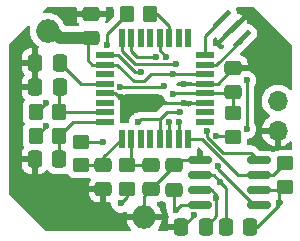
<source format=gbr>
%TF.GenerationSoftware,KiCad,Pcbnew,(6.0.9)*%
%TF.CreationDate,2024-03-30T18:12:03+01:00*%
%TF.ProjectId,HBW-IO-4-FM_Platine1,4842572d-494f-42d3-942d-464d5f506c61,rev?*%
%TF.SameCoordinates,Original*%
%TF.FileFunction,Copper,L1,Top*%
%TF.FilePolarity,Positive*%
%FSLAX46Y46*%
G04 Gerber Fmt 4.6, Leading zero omitted, Abs format (unit mm)*
G04 Created by KiCad (PCBNEW (6.0.9)) date 2024-03-30 18:12:03*
%MOMM*%
%LPD*%
G01*
G04 APERTURE LIST*
G04 Aperture macros list*
%AMRoundRect*
0 Rectangle with rounded corners*
0 $1 Rounding radius*
0 $2 $3 $4 $5 $6 $7 $8 $9 X,Y pos of 4 corners*
0 Add a 4 corners polygon primitive as box body*
4,1,4,$2,$3,$4,$5,$6,$7,$8,$9,$2,$3,0*
0 Add four circle primitives for the rounded corners*
1,1,$1+$1,$2,$3*
1,1,$1+$1,$4,$5*
1,1,$1+$1,$6,$7*
1,1,$1+$1,$8,$9*
0 Add four rect primitives between the rounded corners*
20,1,$1+$1,$2,$3,$4,$5,0*
20,1,$1+$1,$4,$5,$6,$7,0*
20,1,$1+$1,$6,$7,$8,$9,0*
20,1,$1+$1,$8,$9,$2,$3,0*%
%AMRotRect*
0 Rectangle, with rotation*
0 The origin of the aperture is its center*
0 $1 length*
0 $2 width*
0 $3 Rotation angle, in degrees counterclockwise*
0 Add horizontal line*
21,1,$1,$2,0,0,$3*%
G04 Aperture macros list end*
%TA.AperFunction,ComponentPad*%
%ADD10O,2.000000X2.000000*%
%TD*%
%TA.AperFunction,SMDPad,CuDef*%
%ADD11RoundRect,0.250000X-0.475000X0.337500X-0.475000X-0.337500X0.475000X-0.337500X0.475000X0.337500X0*%
%TD*%
%TA.AperFunction,SMDPad,CuDef*%
%ADD12RoundRect,0.250000X0.350000X0.450000X-0.350000X0.450000X-0.350000X-0.450000X0.350000X-0.450000X0*%
%TD*%
%TA.AperFunction,SMDPad,CuDef*%
%ADD13RoundRect,0.250000X0.450000X-0.350000X0.450000X0.350000X-0.450000X0.350000X-0.450000X-0.350000X0*%
%TD*%
%TA.AperFunction,SMDPad,CuDef*%
%ADD14RoundRect,0.250000X0.337500X0.475000X-0.337500X0.475000X-0.337500X-0.475000X0.337500X-0.475000X0*%
%TD*%
%TA.AperFunction,SMDPad,CuDef*%
%ADD15RoundRect,0.250000X-0.450000X0.350000X-0.450000X-0.350000X0.450000X-0.350000X0.450000X0.350000X0*%
%TD*%
%TA.AperFunction,SMDPad,CuDef*%
%ADD16RotRect,0.400000X1.900000X135.000000*%
%TD*%
%TA.AperFunction,SMDPad,CuDef*%
%ADD17RoundRect,0.250000X0.475000X-0.337500X0.475000X0.337500X-0.475000X0.337500X-0.475000X-0.337500X0*%
%TD*%
%TA.AperFunction,ComponentPad*%
%ADD18O,1.700000X1.700000*%
%TD*%
%TA.AperFunction,SMDPad,CuDef*%
%ADD19RoundRect,0.250000X-0.337500X-0.475000X0.337500X-0.475000X0.337500X0.475000X-0.337500X0.475000X0*%
%TD*%
%TA.AperFunction,SMDPad,CuDef*%
%ADD20RoundRect,0.150000X0.825000X0.150000X-0.825000X0.150000X-0.825000X-0.150000X0.825000X-0.150000X0*%
%TD*%
%TA.AperFunction,SMDPad,CuDef*%
%ADD21R,1.600000X0.550000*%
%TD*%
%TA.AperFunction,SMDPad,CuDef*%
%ADD22R,0.550000X1.600000*%
%TD*%
%TA.AperFunction,ViaPad*%
%ADD23C,0.600000*%
%TD*%
%TA.AperFunction,Conductor*%
%ADD24C,0.250000*%
%TD*%
%TA.AperFunction,Conductor*%
%ADD25C,1.000000*%
%TD*%
G04 APERTURE END LIST*
D10*
%TO.P,ST2,1,Pin_1*%
%TO.N,/GND*%
X132600000Y-100300000D03*
%TD*%
D11*
%TO.P,C4,1*%
%TO.N,/A3*%
X133137500Y-95862500D03*
%TO.P,C4,2*%
%TO.N,/GND*%
X133137500Y-97937500D03*
%TD*%
D12*
%TO.P,R2,1*%
%TO.N,/A0*%
X125400000Y-91400000D03*
%TO.P,R2,2*%
%TO.N,Net-(R2-Pad2)*%
X123400000Y-91400000D03*
%TD*%
D13*
%TO.P,R6,1*%
%TO.N,/GND*%
X144500000Y-97750000D03*
%TO.P,R6,2*%
%TO.N,/D2*%
X144500000Y-95750000D03*
%TD*%
D12*
%TO.P,R3,1*%
%TO.N,/A1*%
X125400000Y-93400000D03*
%TO.P,R3,2*%
%TO.N,Net-(R3-Pad2)*%
X123400000Y-93400000D03*
%TD*%
D14*
%TO.P,C5,1*%
%TO.N,Net-(C14-Pad1)*%
X137787500Y-101100000D03*
%TO.P,C5,2*%
%TO.N,/GND*%
X135712500Y-101100000D03*
%TD*%
D15*
%TO.P,R4,1*%
%TO.N,/A3*%
X131137500Y-95900000D03*
%TO.P,R4,2*%
%TO.N,Net-(R5-Pad2)*%
X131137500Y-97900000D03*
%TD*%
D14*
%TO.P,C6,1*%
%TO.N,/A1*%
X125387500Y-95400000D03*
%TO.P,C6,2*%
%TO.N,/GND*%
X123312500Y-95400000D03*
%TD*%
D11*
%TO.P,C1,1*%
%TO.N,/GND*%
X128100000Y-83062500D03*
%TO.P,C1,2*%
%TO.N,/VCC*%
X128100000Y-85137500D03*
%TD*%
D16*
%TO.P,Y1,1,1*%
%TO.N,/XTAL1*%
X140848528Y-85248528D03*
%TO.P,Y1,2,2*%
%TO.N,/GND*%
X140000000Y-84400000D03*
%TO.P,Y1,3,3*%
%TO.N,/XTAL2*%
X139151472Y-83551472D03*
%TD*%
D17*
%TO.P,C3,1*%
%TO.N,/VCC*%
X140100000Y-89737500D03*
%TO.P,C3,2*%
%TO.N,/GND*%
X140100000Y-87662500D03*
%TD*%
D12*
%TO.P,R1,1*%
%TO.N,/D7*%
X133100000Y-83100000D03*
%TO.P,R1,2*%
%TO.N,Net-(D1-Pad2)*%
X131100000Y-83100000D03*
%TD*%
D15*
%TO.P,R7,1*%
%TO.N,/VCC*%
X140100000Y-91500000D03*
%TO.P,R7,2*%
%TO.N,/RST*%
X140100000Y-93500000D03*
%TD*%
D18*
%TO.P,J1,1,Pin_1*%
%TO.N,/+24V*%
X143900000Y-90425000D03*
%TO.P,J1,2,Pin_2*%
%TO.N,/GND*%
X143900000Y-92965000D03*
%TD*%
D10*
%TO.P,ST1,1,Pin_1*%
%TO.N,/VCC*%
X124400000Y-84500000D03*
%TD*%
D14*
%TO.P,C7,1*%
%TO.N,/A0*%
X125437500Y-89300000D03*
%TO.P,C7,2*%
%TO.N,/GND*%
X123362500Y-89300000D03*
%TD*%
D19*
%TO.P,C10,1*%
%TO.N,Net-(C16-Pad1)*%
X139500000Y-101100000D03*
%TO.P,C10,2*%
%TO.N,/GND*%
X141575000Y-101100000D03*
%TD*%
%TO.P,C2,1*%
%TO.N,/GND*%
X123362500Y-87200000D03*
%TO.P,C2,2*%
%TO.N,Net-(C1-Pad2)*%
X125437500Y-87200000D03*
%TD*%
D11*
%TO.P,C8,1*%
%TO.N,/GND*%
X135100000Y-95900000D03*
%TO.P,C8,2*%
%TO.N,/VCC*%
X135100000Y-97975000D03*
%TD*%
D20*
%TO.P,IC2,1,RO*%
%TO.N,/RXD*%
X142275000Y-99305000D03*
%TO.P,IC2,2,~{RE}*%
%TO.N,/GND*%
X142275000Y-98035000D03*
%TO.P,IC2,3,DE*%
%TO.N,/D2*%
X142275000Y-96765000D03*
%TO.P,IC2,4,DI*%
%TO.N,/TXD*%
X142275000Y-95495000D03*
%TO.P,IC2,5,GND*%
%TO.N,/GND*%
X137325000Y-95495000D03*
%TO.P,IC2,6,A*%
%TO.N,Net-(C16-Pad1)*%
X137325000Y-96765000D03*
%TO.P,IC2,7,B*%
%TO.N,Net-(C14-Pad1)*%
X137325000Y-98035000D03*
%TO.P,IC2,8,VCC*%
%TO.N,/VCC*%
X137325000Y-99305000D03*
%TD*%
D13*
%TO.P,R5,1*%
%TO.N,/A2*%
X127200000Y-95900000D03*
%TO.P,R5,2*%
%TO.N,Net-(R4-Pad2)*%
X127200000Y-93900000D03*
%TD*%
D21*
%TO.P,IC1,1,PD3*%
%TO.N,/D3*%
X137750000Y-92200000D03*
%TO.P,IC1,2,PD4*%
%TO.N,/D4*%
X137750000Y-91400000D03*
%TO.P,IC1,3,GND*%
%TO.N,/GND*%
X137750000Y-90600000D03*
%TO.P,IC1,4,VCC*%
%TO.N,/VCC*%
X137750000Y-89800000D03*
%TO.P,IC1,5,GND*%
%TO.N,/GND*%
X137750000Y-89000000D03*
%TO.P,IC1,6,VCC*%
%TO.N,/VCC*%
X137750000Y-88200000D03*
%TO.P,IC1,7,XTAL1/PB6*%
%TO.N,/XTAL1*%
X137750000Y-87400000D03*
%TO.P,IC1,8,XTAL2/PB7*%
%TO.N,/XTAL2*%
X137750000Y-86600000D03*
D22*
%TO.P,IC1,9,PD5*%
%TO.N,/D5*%
X136300000Y-85150000D03*
%TO.P,IC1,10,PD6*%
%TO.N,/D6*%
X135500000Y-85150000D03*
%TO.P,IC1,11,PD7*%
%TO.N,/D7*%
X134700000Y-85150000D03*
%TO.P,IC1,12,PB0*%
%TO.N,/Button*%
X133900000Y-85150000D03*
%TO.P,IC1,13,PB1*%
%TO.N,/D9*%
X133100000Y-85150000D03*
%TO.P,IC1,14,PB2*%
%TO.N,/D10*%
X132300000Y-85150000D03*
%TO.P,IC1,15,PB3*%
%TO.N,/MOSI*%
X131500000Y-85150000D03*
%TO.P,IC1,16,PB4*%
%TO.N,/MISO*%
X130700000Y-85150000D03*
D21*
%TO.P,IC1,17,PB5*%
%TO.N,/SCK*%
X129250000Y-86600000D03*
%TO.P,IC1,18,AVCC*%
%TO.N,/VCC*%
X129250000Y-87400000D03*
%TO.P,IC1,19,ADC6*%
%TO.N,/A6*%
X129250000Y-88200000D03*
%TO.P,IC1,20,AREF*%
%TO.N,Net-(C1-Pad2)*%
X129250000Y-89000000D03*
%TO.P,IC1,21,GND*%
%TO.N,/GND*%
X129250000Y-89800000D03*
%TO.P,IC1,22,ADC7*%
%TO.N,/A7*%
X129250000Y-90600000D03*
%TO.P,IC1,23,PC0*%
%TO.N,/A0*%
X129250000Y-91400000D03*
%TO.P,IC1,24,PC1*%
%TO.N,/A1*%
X129250000Y-92200000D03*
D22*
%TO.P,IC1,25,PC2*%
%TO.N,/A2*%
X130700000Y-93650000D03*
%TO.P,IC1,26,PC3*%
%TO.N,/A3*%
X131500000Y-93650000D03*
%TO.P,IC1,27,PC4*%
%TO.N,/A4*%
X132300000Y-93650000D03*
%TO.P,IC1,28,PC5*%
%TO.N,/A5*%
X133100000Y-93650000D03*
%TO.P,IC1,29,~{RESET}/PC6*%
%TO.N,/RST*%
X133900000Y-93650000D03*
%TO.P,IC1,30,PD0*%
%TO.N,/RXD*%
X134700000Y-93650000D03*
%TO.P,IC1,31,PD1*%
%TO.N,/TXD*%
X135500000Y-93650000D03*
%TO.P,IC1,32,PD2*%
%TO.N,/D2*%
X136300000Y-93650000D03*
%TD*%
D11*
%TO.P,C9,1*%
%TO.N,/A2*%
X129137500Y-95862500D03*
%TO.P,C9,2*%
%TO.N,/GND*%
X129137500Y-97937500D03*
%TD*%
D23*
%TO.N,/GND*%
X144000000Y-99100000D03*
X122100000Y-91400000D03*
X136800000Y-100150000D03*
X135950000Y-90600000D03*
X123300000Y-97000000D03*
X122100000Y-95300000D03*
X135950000Y-89000000D03*
X130600000Y-90150000D03*
X122100000Y-87200000D03*
X122100000Y-93400000D03*
X122100000Y-89300000D03*
%TO.N,/VCC*%
X135300000Y-99700000D03*
X135000000Y-88200000D03*
X135000000Y-89850000D03*
%TO.N,Net-(C14-Pad1)*%
X138700000Y-98700000D03*
%TO.N,Net-(C16-Pad1)*%
X139000000Y-97300000D03*
X141269619Y-92825807D03*
X141250000Y-88700000D03*
%TO.N,Net-(D1-Pad2)*%
X129400000Y-85700000D03*
%TO.N,/Button*%
X134250000Y-89200000D03*
X134450000Y-86700000D03*
X130549502Y-89250000D03*
%TO.N,/RST*%
X135600000Y-91400000D03*
X132100000Y-92250000D03*
X138700000Y-93400000D03*
%TO.N,/RXD*%
X134700000Y-92200000D03*
X138800000Y-95950000D03*
%TO.N,/TXD*%
X137909266Y-93015236D03*
X135500000Y-92200000D03*
%TO.N,Net-(R2-Pad2)*%
X124300000Y-90600000D03*
%TO.N,Net-(R3-Pad2)*%
X124300000Y-92600000D03*
%TO.N,Net-(R4-Pad2)*%
X129100000Y-93900000D03*
%TO.N,Net-(R5-Pad2)*%
X130600000Y-99100000D03*
%TO.N,/MOSI*%
X133550000Y-86700000D03*
%TO.N,/MISO*%
X135300000Y-87350000D03*
%TO.N,/SCK*%
X132300000Y-88000000D03*
%TD*%
D24*
%TO.N,/VCC*%
X127800000Y-87000000D02*
X127800000Y-85437500D01*
X128200000Y-87400000D02*
X127800000Y-87000000D01*
%TO.N,/GND*%
X137750000Y-89000000D02*
X135950000Y-89000000D01*
X142075000Y-101100000D02*
X142126751Y-101100000D01*
X133137500Y-97937500D02*
X132600000Y-98475000D01*
X137325000Y-95495000D02*
X135505000Y-95495000D01*
X132600000Y-98475000D02*
X132600000Y-100300000D01*
X130600000Y-90150000D02*
X130450000Y-90150000D01*
X144000000Y-98250000D02*
X144500000Y-97750000D01*
X138800000Y-89000000D02*
X140100000Y-87700000D01*
X135850000Y-101100000D02*
X136800000Y-100150000D01*
X137750000Y-89000000D02*
X138800000Y-89000000D01*
X130450000Y-90150000D02*
X130100000Y-89800000D01*
X144000000Y-99226751D02*
X144000000Y-98250000D01*
X130100000Y-89800000D02*
X129250000Y-89800000D01*
X135100000Y-95975000D02*
X133137500Y-97937500D01*
X130600000Y-90150000D02*
X131050000Y-90600000D01*
X142275000Y-98035000D02*
X144215000Y-98035000D01*
X142126751Y-101100000D02*
X144000000Y-99226751D01*
X131050000Y-90600000D02*
X137750000Y-90600000D01*
%TO.N,Net-(C1-Pad2)*%
X127237500Y-89000000D02*
X129250000Y-89000000D01*
X125437500Y-87200000D02*
X127237500Y-89000000D01*
%TO.N,/A0*%
X125400000Y-91400000D02*
X125400000Y-89337500D01*
X125400000Y-91400000D02*
X129250000Y-91400000D01*
%TO.N,/A1*%
X125400000Y-93400000D02*
X126600000Y-92200000D01*
X126600000Y-92200000D02*
X129250000Y-92200000D01*
X125400000Y-93400000D02*
X125400000Y-95362500D01*
%TO.N,/A2*%
X129137500Y-95212500D02*
X130700000Y-93650000D01*
X129137500Y-95862500D02*
X129137500Y-95212500D01*
X129137500Y-95862500D02*
X127237500Y-95862500D01*
%TO.N,/A3*%
X133137500Y-95862500D02*
X131175000Y-95862500D01*
X131500000Y-95537500D02*
X131500000Y-93650000D01*
%TO.N,/VCC*%
X131700000Y-88800000D02*
X130300000Y-87400000D01*
X132600000Y-88800000D02*
X131700000Y-88800000D01*
D25*
X125437500Y-85137500D02*
X124800000Y-84500000D01*
D24*
X135100000Y-99500000D02*
X135300000Y-99700000D01*
X140100000Y-89737500D02*
X140100000Y-91400000D01*
X137325000Y-99305000D02*
X135695000Y-99305000D01*
X137750000Y-88200000D02*
X135000000Y-88200000D01*
X130300000Y-87400000D02*
X129250000Y-87400000D01*
X137750000Y-89800000D02*
X140037500Y-89800000D01*
X133200000Y-88200000D02*
X132600000Y-88800000D01*
X135100000Y-97975000D02*
X135100000Y-99500000D01*
X129250000Y-87400000D02*
X128200000Y-87400000D01*
X135050000Y-89800000D02*
X137750000Y-89800000D01*
X135695000Y-99305000D02*
X135300000Y-99700000D01*
X135000000Y-88200000D02*
X133200000Y-88200000D01*
X135000000Y-89850000D02*
X135050000Y-89800000D01*
D25*
X128100000Y-85137500D02*
X125437500Y-85137500D01*
D24*
%TO.N,Net-(C14-Pad1)*%
X138335000Y-98035000D02*
X138700000Y-98400000D01*
X138700000Y-98700000D02*
X138700000Y-100225000D01*
X138700000Y-100225000D02*
X137825000Y-101100000D01*
X137325000Y-98035000D02*
X138335000Y-98035000D01*
%TO.N,Net-(C16-Pad1)*%
X141250000Y-92806188D02*
X141269619Y-92825807D01*
X139000000Y-97300000D02*
X139500000Y-97800000D01*
X139000000Y-97300000D02*
X138465000Y-96765000D01*
X139500000Y-97800000D02*
X139500000Y-101100000D01*
X138465000Y-96765000D02*
X137325000Y-96765000D01*
X141250000Y-88700000D02*
X141250000Y-92806188D01*
%TO.N,Net-(D1-Pad2)*%
X129400000Y-84800000D02*
X131100000Y-83100000D01*
X129400000Y-85700000D02*
X129400000Y-84800000D01*
%TO.N,/XTAL1*%
X138700000Y-87400000D02*
X140848528Y-85251472D01*
X137750000Y-87400000D02*
X138700000Y-87400000D01*
%TO.N,/XTAL2*%
X137750000Y-84952944D02*
X139151472Y-83551472D01*
X137750000Y-86600000D02*
X137750000Y-84952944D01*
%TO.N,/Button*%
X134450000Y-86700000D02*
X133900000Y-86150000D01*
X134200000Y-89250000D02*
X134250000Y-89200000D01*
X130549502Y-89250000D02*
X134200000Y-89250000D01*
X133900000Y-86150000D02*
X133900000Y-85150000D01*
%TO.N,/RST*%
X135600000Y-91400000D02*
X134500000Y-91400000D01*
X132350000Y-92000000D02*
X132100000Y-92250000D01*
X133900000Y-92000000D02*
X132350000Y-92000000D01*
X133900000Y-93650000D02*
X133900000Y-92000000D01*
X134500000Y-91400000D02*
X133900000Y-92000000D01*
X140100000Y-93400000D02*
X138700000Y-93400000D01*
%TO.N,/RXD*%
X134700000Y-93650000D02*
X134700000Y-92200000D01*
X138800000Y-96206751D02*
X141898249Y-99305000D01*
X138800000Y-95950000D02*
X138800000Y-96206751D01*
%TO.N,/TXD*%
X139266116Y-94850000D02*
X141630000Y-94850000D01*
X137909266Y-93493150D02*
X139266116Y-94850000D01*
X135500000Y-93650000D02*
X135500000Y-92200000D01*
X141630000Y-94850000D02*
X142275000Y-95495000D01*
X137909266Y-93015236D02*
X137909266Y-93493150D01*
%TO.N,/D2*%
X139079720Y-95300000D02*
X137459266Y-93679546D01*
X142275000Y-96765000D02*
X143485000Y-96765000D01*
X140553376Y-96765000D02*
X139088376Y-95300000D01*
X137459266Y-93670890D02*
X137438376Y-93650000D01*
X139088376Y-95300000D02*
X139079720Y-95300000D01*
X143485000Y-96765000D02*
X144500000Y-95750000D01*
X142275000Y-96765000D02*
X140553376Y-96765000D01*
X137459266Y-93679546D02*
X137459266Y-93670890D01*
X137438376Y-93650000D02*
X136300000Y-93650000D01*
%TO.N,Net-(R2-Pad2)*%
X123500000Y-91400000D02*
X124300000Y-90600000D01*
%TO.N,Net-(R3-Pad2)*%
X123500000Y-93400000D02*
X124300000Y-92600000D01*
%TO.N,Net-(R4-Pad2)*%
X127200000Y-93900000D02*
X129100000Y-93900000D01*
%TO.N,Net-(R5-Pad2)*%
X131137500Y-98562500D02*
X130600000Y-99100000D01*
X131137500Y-97900000D02*
X131137500Y-98562500D01*
%TO.N,/D7*%
X133100000Y-83100000D02*
X133700000Y-83100000D01*
X134700000Y-85150000D02*
X134700000Y-84100000D01*
X134700000Y-84100000D02*
X133700000Y-83100000D01*
%TO.N,/MOSI*%
X133550000Y-86700000D02*
X132000000Y-86700000D01*
X131500000Y-86200000D02*
X132000000Y-86700000D01*
X131500000Y-85150000D02*
X131500000Y-86200000D01*
%TO.N,/MISO*%
X135275000Y-87325000D02*
X131825000Y-87325000D01*
X131825000Y-87325000D02*
X130700000Y-86200000D01*
X130700000Y-86200000D02*
X130700000Y-85150000D01*
X135300000Y-87350000D02*
X135275000Y-87325000D01*
%TO.N,/SCK*%
X129250000Y-86600000D02*
X130400000Y-86600000D01*
X130400000Y-86600000D02*
X131800000Y-88000000D01*
X131800000Y-88000000D02*
X132300000Y-88000000D01*
%TD*%
%TA.AperFunction,Conductor*%
%TO.N,/GND*%
G36*
X122833141Y-84090154D02*
G01*
X122889976Y-84132701D01*
X122914787Y-84199221D01*
X122911626Y-84237626D01*
X122906621Y-84258471D01*
X122906620Y-84258480D01*
X122905465Y-84263289D01*
X122886835Y-84500000D01*
X122905465Y-84736711D01*
X122906619Y-84741518D01*
X122906620Y-84741524D01*
X122935489Y-84861770D01*
X122960895Y-84967594D01*
X122962788Y-84972165D01*
X122962789Y-84972167D01*
X123043183Y-85166255D01*
X123051760Y-85186963D01*
X123054346Y-85191183D01*
X123173241Y-85385202D01*
X123173245Y-85385208D01*
X123175824Y-85389416D01*
X123330031Y-85569969D01*
X123510584Y-85724176D01*
X123541044Y-85742842D01*
X123594908Y-85775850D01*
X123642539Y-85828498D01*
X123654146Y-85898540D01*
X123624297Y-85965796D01*
X123618171Y-85972865D01*
X123616500Y-85980548D01*
X123616500Y-89428000D01*
X123596498Y-89496121D01*
X123542842Y-89542614D01*
X123490500Y-89554000D01*
X122285116Y-89554000D01*
X122269877Y-89558475D01*
X122268672Y-89559865D01*
X122267001Y-89567548D01*
X122267001Y-89822095D01*
X122267338Y-89828614D01*
X122277257Y-89924206D01*
X122280149Y-89937600D01*
X122331588Y-90091784D01*
X122337761Y-90104962D01*
X122423063Y-90242807D01*
X122432099Y-90254209D01*
X122463485Y-90285540D01*
X122497563Y-90347823D01*
X122492560Y-90418643D01*
X122463641Y-90463728D01*
X122450695Y-90476697D01*
X122446855Y-90482927D01*
X122446854Y-90482928D01*
X122368805Y-90609547D01*
X122357885Y-90627262D01*
X122344132Y-90668727D01*
X122307048Y-90780533D01*
X122302203Y-90795139D01*
X122301503Y-90801975D01*
X122301502Y-90801978D01*
X122297561Y-90840448D01*
X122291500Y-90899600D01*
X122291500Y-91900400D01*
X122291837Y-91903646D01*
X122291837Y-91903650D01*
X122301728Y-91998972D01*
X122302474Y-92006166D01*
X122358450Y-92173946D01*
X122451522Y-92324348D01*
X122451638Y-92324464D01*
X122477173Y-92387543D01*
X122464004Y-92457308D01*
X122453136Y-92474251D01*
X122450695Y-92476697D01*
X122357885Y-92627262D01*
X122355581Y-92634209D01*
X122330111Y-92711000D01*
X122302203Y-92795139D01*
X122301503Y-92801975D01*
X122301502Y-92801978D01*
X122297914Y-92837000D01*
X122291500Y-92899600D01*
X122291500Y-93900400D01*
X122302474Y-94006166D01*
X122304655Y-94012702D01*
X122304655Y-94012704D01*
X122326412Y-94077916D01*
X122358450Y-94173946D01*
X122418968Y-94271741D01*
X122437805Y-94340190D01*
X122416644Y-94407960D01*
X122400995Y-94427061D01*
X122381261Y-94446829D01*
X122372249Y-94458240D01*
X122287184Y-94596243D01*
X122281037Y-94609424D01*
X122229862Y-94763710D01*
X122226995Y-94777086D01*
X122217328Y-94871438D01*
X122217000Y-94877855D01*
X122217000Y-95127885D01*
X122221475Y-95143124D01*
X122222865Y-95144329D01*
X122230548Y-95146000D01*
X123440500Y-95146000D01*
X123508621Y-95166002D01*
X123555114Y-95219658D01*
X123566500Y-95272000D01*
X123566500Y-96614884D01*
X123570975Y-96630123D01*
X123572365Y-96631328D01*
X123580048Y-96632999D01*
X123697095Y-96632999D01*
X123703614Y-96632662D01*
X123799206Y-96622743D01*
X123812600Y-96619851D01*
X123966784Y-96568412D01*
X123979962Y-96562239D01*
X124117807Y-96476937D01*
X124129208Y-96467901D01*
X124243738Y-96353172D01*
X124250794Y-96344238D01*
X124308712Y-96303177D01*
X124379635Y-96299947D01*
X124441046Y-96335574D01*
X124447846Y-96343407D01*
X124451522Y-96349348D01*
X124576697Y-96474305D01*
X124582927Y-96478145D01*
X124582928Y-96478146D01*
X124720491Y-96562941D01*
X124727262Y-96567115D01*
X124747857Y-96573946D01*
X124888611Y-96620632D01*
X124888613Y-96620632D01*
X124895139Y-96622797D01*
X124901975Y-96623497D01*
X124901978Y-96623498D01*
X124945031Y-96627909D01*
X124999600Y-96633500D01*
X125775400Y-96633500D01*
X125778646Y-96633163D01*
X125778650Y-96633163D01*
X125874308Y-96623238D01*
X125874312Y-96623237D01*
X125881166Y-96622526D01*
X125887708Y-96620343D01*
X125887710Y-96620343D01*
X125958466Y-96596737D01*
X126029416Y-96594152D01*
X126090500Y-96630335D01*
X126105487Y-96649957D01*
X126151522Y-96724348D01*
X126156704Y-96729521D01*
X126187498Y-96760261D01*
X126276697Y-96849305D01*
X126282927Y-96853145D01*
X126282928Y-96853146D01*
X126358954Y-96900009D01*
X126427262Y-96942115D01*
X126476662Y-96958500D01*
X126588611Y-96995632D01*
X126588613Y-96995632D01*
X126595139Y-96997797D01*
X126601975Y-96998497D01*
X126601978Y-96998498D01*
X126645031Y-97002909D01*
X126699600Y-97008500D01*
X127700400Y-97008500D01*
X127703646Y-97008163D01*
X127703650Y-97008163D01*
X127799308Y-96998238D01*
X127799312Y-96998237D01*
X127806166Y-96997526D01*
X127812702Y-96995345D01*
X127812704Y-96995345D01*
X127901429Y-96965744D01*
X127972379Y-96963160D01*
X128033462Y-96999344D01*
X128065287Y-97062808D01*
X128057748Y-97133403D01*
X128048565Y-97151384D01*
X127974684Y-97271243D01*
X127968537Y-97284424D01*
X127917362Y-97438710D01*
X127914495Y-97452086D01*
X127904828Y-97546438D01*
X127904500Y-97552855D01*
X127904500Y-97665385D01*
X127908975Y-97680624D01*
X127910365Y-97681829D01*
X127918048Y-97683500D01*
X129265500Y-97683500D01*
X129333621Y-97703502D01*
X129380114Y-97757158D01*
X129391500Y-97809500D01*
X129391500Y-99014884D01*
X129395975Y-99030123D01*
X129397365Y-99031328D01*
X129405048Y-99032999D01*
X129659596Y-99032999D01*
X129660213Y-99032967D01*
X129660347Y-99032999D01*
X129662862Y-99032999D01*
X129662862Y-99033598D01*
X129729278Y-99049414D01*
X129778487Y-99100590D01*
X129792136Y-99146500D01*
X129804163Y-99269160D01*
X129861418Y-99441273D01*
X129865065Y-99447295D01*
X129865066Y-99447297D01*
X129927120Y-99549760D01*
X129955380Y-99596424D01*
X130081382Y-99726902D01*
X130233159Y-99826222D01*
X130239763Y-99828678D01*
X130239765Y-99828679D01*
X130396558Y-99886990D01*
X130396560Y-99886990D01*
X130403168Y-99889448D01*
X130486334Y-99900545D01*
X130575980Y-99912507D01*
X130575984Y-99912507D01*
X130582961Y-99913438D01*
X130589972Y-99912800D01*
X130589976Y-99912800D01*
X130732459Y-99899832D01*
X130763600Y-99896998D01*
X130770302Y-99894820D01*
X130770304Y-99894820D01*
X130929409Y-99843124D01*
X130929412Y-99843123D01*
X130936108Y-99840947D01*
X130942157Y-99837341D01*
X130948574Y-99834430D01*
X130949408Y-99836268D01*
X131008572Y-99821044D01*
X131075979Y-99843331D01*
X131120636Y-99898524D01*
X131128365Y-99969099D01*
X131126841Y-99976387D01*
X131114358Y-100028381D01*
X131115063Y-100042469D01*
X131123944Y-100046000D01*
X134071756Y-100046000D01*
X134085287Y-100042027D01*
X134086647Y-100032569D01*
X134039782Y-99837366D01*
X134036736Y-99827992D01*
X133949687Y-99617837D01*
X133945205Y-99609042D01*
X133826357Y-99415101D01*
X133820557Y-99407117D01*
X133669990Y-99230826D01*
X133640959Y-99166036D01*
X133651564Y-99095836D01*
X133698439Y-99042513D01*
X133752795Y-99023668D01*
X133761707Y-99022743D01*
X133775100Y-99019851D01*
X133929284Y-98968412D01*
X133942458Y-98962241D01*
X134021529Y-98913309D01*
X134089981Y-98894471D01*
X134153949Y-98913193D01*
X134290762Y-98997526D01*
X134302262Y-99004615D01*
X134359705Y-99023668D01*
X134380167Y-99030455D01*
X134438527Y-99070886D01*
X134465764Y-99136450D01*
X134466500Y-99150048D01*
X134466500Y-99421233D01*
X134465973Y-99432416D01*
X134464298Y-99439909D01*
X134464547Y-99447835D01*
X134464547Y-99447836D01*
X134466438Y-99507986D01*
X134466500Y-99511945D01*
X134466500Y-99539856D01*
X134466997Y-99543790D01*
X134466997Y-99543791D01*
X134467005Y-99543856D01*
X134467938Y-99555693D01*
X134469327Y-99599889D01*
X134474978Y-99619339D01*
X134478987Y-99638700D01*
X134481526Y-99658797D01*
X134483507Y-99663800D01*
X134486466Y-99688619D01*
X134486463Y-99688640D01*
X134504163Y-99869160D01*
X134561418Y-100041273D01*
X134565065Y-100047295D01*
X134565066Y-100047297D01*
X134579967Y-100071902D01*
X134655380Y-100196424D01*
X134659198Y-100200378D01*
X134684691Y-100265982D01*
X134678739Y-100316350D01*
X134629863Y-100463707D01*
X134626995Y-100477086D01*
X134617328Y-100571438D01*
X134617000Y-100577855D01*
X134617000Y-100827885D01*
X134621475Y-100843124D01*
X134622865Y-100844329D01*
X134630548Y-100846000D01*
X135840500Y-100846000D01*
X135908621Y-100866002D01*
X135955114Y-100919658D01*
X135966500Y-100972000D01*
X135966500Y-101228000D01*
X135946498Y-101296121D01*
X135892842Y-101342614D01*
X135840500Y-101354000D01*
X134635116Y-101354000D01*
X134619877Y-101358475D01*
X134618672Y-101359865D01*
X134614122Y-101380783D01*
X134612610Y-101380454D01*
X134596999Y-101433621D01*
X134543343Y-101480114D01*
X134491001Y-101491500D01*
X133838829Y-101491500D01*
X133770708Y-101471498D01*
X133724215Y-101417842D01*
X133714111Y-101347568D01*
X133743018Y-101283669D01*
X133820557Y-101192883D01*
X133826357Y-101184899D01*
X133945205Y-100990958D01*
X133949687Y-100982163D01*
X134036736Y-100772008D01*
X134039782Y-100762634D01*
X134085642Y-100571615D01*
X134084937Y-100557531D01*
X134076056Y-100554000D01*
X131128244Y-100554000D01*
X131114713Y-100557973D01*
X131113353Y-100567431D01*
X131160218Y-100762634D01*
X131163264Y-100772008D01*
X131250313Y-100982163D01*
X131254795Y-100990958D01*
X131373643Y-101184899D01*
X131379443Y-101192883D01*
X131456982Y-101283669D01*
X131486013Y-101348459D01*
X131475408Y-101418659D01*
X131428533Y-101471981D01*
X131361171Y-101491500D01*
X124362818Y-101491500D01*
X124294697Y-101471498D01*
X124273723Y-101454595D01*
X121145405Y-98326278D01*
X121143121Y-98322095D01*
X127904501Y-98322095D01*
X127904838Y-98328614D01*
X127914757Y-98424206D01*
X127917649Y-98437600D01*
X127969088Y-98591784D01*
X127975261Y-98604962D01*
X128060563Y-98742807D01*
X128069599Y-98754208D01*
X128184329Y-98868739D01*
X128195740Y-98877751D01*
X128333743Y-98962816D01*
X128346924Y-98968963D01*
X128501210Y-99020138D01*
X128514586Y-99023005D01*
X128608938Y-99032672D01*
X128615354Y-99033000D01*
X128865385Y-99033000D01*
X128880624Y-99028525D01*
X128881829Y-99027135D01*
X128883500Y-99019452D01*
X128883500Y-98209615D01*
X128879025Y-98194376D01*
X128877635Y-98193171D01*
X128869952Y-98191500D01*
X127922616Y-98191500D01*
X127907377Y-98195975D01*
X127906172Y-98197365D01*
X127904501Y-98205048D01*
X127904501Y-98322095D01*
X121143121Y-98322095D01*
X121111379Y-98263966D01*
X121108500Y-98237183D01*
X121108500Y-95922095D01*
X122217001Y-95922095D01*
X122217338Y-95928614D01*
X122227257Y-96024206D01*
X122230149Y-96037600D01*
X122281588Y-96191784D01*
X122287761Y-96204962D01*
X122373063Y-96342807D01*
X122382099Y-96354208D01*
X122496829Y-96468739D01*
X122508240Y-96477751D01*
X122646243Y-96562816D01*
X122659424Y-96568963D01*
X122813710Y-96620138D01*
X122827086Y-96623005D01*
X122921438Y-96632672D01*
X122927854Y-96633000D01*
X123040385Y-96633000D01*
X123055624Y-96628525D01*
X123056829Y-96627135D01*
X123058500Y-96619452D01*
X123058500Y-95672115D01*
X123054025Y-95656876D01*
X123052635Y-95655671D01*
X123044952Y-95654000D01*
X122235116Y-95654000D01*
X122219877Y-95658475D01*
X122218672Y-95659865D01*
X122217001Y-95667548D01*
X122217001Y-95922095D01*
X121108500Y-95922095D01*
X121108500Y-89027885D01*
X122267000Y-89027885D01*
X122271475Y-89043124D01*
X122272865Y-89044329D01*
X122280548Y-89046000D01*
X123090385Y-89046000D01*
X123105624Y-89041525D01*
X123106829Y-89040135D01*
X123108500Y-89032452D01*
X123108500Y-87472115D01*
X123104025Y-87456876D01*
X123102635Y-87455671D01*
X123094952Y-87454000D01*
X122285116Y-87454000D01*
X122269877Y-87458475D01*
X122268672Y-87459865D01*
X122267001Y-87467548D01*
X122267001Y-87722095D01*
X122267338Y-87728614D01*
X122277257Y-87824206D01*
X122280149Y-87837600D01*
X122331588Y-87991784D01*
X122337761Y-88004962D01*
X122423063Y-88142807D01*
X122432099Y-88154208D01*
X122438816Y-88160913D01*
X122472896Y-88223195D01*
X122467894Y-88294015D01*
X122438970Y-88339106D01*
X122431264Y-88346825D01*
X122422249Y-88358240D01*
X122337184Y-88496243D01*
X122331037Y-88509424D01*
X122279862Y-88663710D01*
X122276995Y-88677086D01*
X122267328Y-88771438D01*
X122267000Y-88777855D01*
X122267000Y-89027885D01*
X121108500Y-89027885D01*
X121108500Y-86927885D01*
X122267000Y-86927885D01*
X122271475Y-86943124D01*
X122272865Y-86944329D01*
X122280548Y-86946000D01*
X123090385Y-86946000D01*
X123105624Y-86941525D01*
X123106829Y-86940135D01*
X123108500Y-86932452D01*
X123108500Y-85985116D01*
X123104025Y-85969877D01*
X123102635Y-85968672D01*
X123094952Y-85967001D01*
X122977905Y-85967001D01*
X122971386Y-85967338D01*
X122875794Y-85977257D01*
X122862400Y-85980149D01*
X122708216Y-86031588D01*
X122695038Y-86037761D01*
X122557193Y-86123063D01*
X122545792Y-86132099D01*
X122431261Y-86246829D01*
X122422249Y-86258240D01*
X122337184Y-86396243D01*
X122331037Y-86409424D01*
X122279862Y-86563710D01*
X122276995Y-86577086D01*
X122267328Y-86671438D01*
X122267000Y-86677855D01*
X122267000Y-86927885D01*
X121108500Y-86927885D01*
X121108500Y-85762817D01*
X121128502Y-85694696D01*
X121145405Y-85673722D01*
X122700013Y-84119115D01*
X122762325Y-84085089D01*
X122833141Y-84090154D01*
G37*
%TD.AperFunction*%
%TA.AperFunction,Conductor*%
G36*
X143889149Y-98845232D02*
G01*
X143902082Y-98848005D01*
X143996438Y-98857672D01*
X144002854Y-98858000D01*
X144218682Y-98858000D01*
X144286803Y-98878002D01*
X144333296Y-98931658D01*
X144343400Y-99001932D01*
X144313906Y-99066512D01*
X144307777Y-99073095D01*
X143973595Y-99407277D01*
X143911283Y-99441303D01*
X143840468Y-99436238D01*
X143783632Y-99393691D01*
X143758821Y-99327171D01*
X143758500Y-99318182D01*
X143758500Y-99088498D01*
X143756250Y-99059907D01*
X143756067Y-99057579D01*
X143756066Y-99057574D01*
X143755562Y-99051169D01*
X143753767Y-99044989D01*
X143741738Y-99003584D01*
X143741941Y-98932588D01*
X143780496Y-98872972D01*
X143845161Y-98843664D01*
X143889149Y-98845232D01*
G37*
%TD.AperFunction*%
%TA.AperFunction,Conductor*%
G36*
X137298300Y-94414484D02*
G01*
X137542095Y-94658279D01*
X137576121Y-94720591D01*
X137579000Y-94747374D01*
X137579000Y-95623000D01*
X137558998Y-95691121D01*
X137505342Y-95737614D01*
X137453000Y-95749000D01*
X137197000Y-95749000D01*
X137128879Y-95728998D01*
X137082386Y-95675342D01*
X137071000Y-95623000D01*
X137071000Y-94705116D01*
X137061529Y-94672860D01*
X137061529Y-94601863D01*
X137064442Y-94593134D01*
X137073974Y-94567707D01*
X137076745Y-94560316D01*
X137081614Y-94515500D01*
X137083131Y-94501531D01*
X137083500Y-94498134D01*
X137083500Y-94496452D01*
X137107045Y-94429827D01*
X137163136Y-94386303D01*
X137233854Y-94380013D01*
X137298300Y-94414484D01*
G37*
%TD.AperFunction*%
%TA.AperFunction,Conductor*%
G36*
X141905304Y-82528502D02*
G01*
X141926278Y-82545405D01*
X145054595Y-85673723D01*
X145088621Y-85736035D01*
X145091500Y-85762818D01*
X145091500Y-89390107D01*
X145071498Y-89458228D01*
X145017842Y-89504721D01*
X144947568Y-89514825D01*
X144882988Y-89485331D01*
X144872307Y-89474907D01*
X144833152Y-89431876D01*
X144833142Y-89431867D01*
X144829670Y-89428051D01*
X144825619Y-89424852D01*
X144825615Y-89424848D01*
X144658414Y-89292800D01*
X144658410Y-89292798D01*
X144654359Y-89289598D01*
X144458789Y-89181638D01*
X144453920Y-89179914D01*
X144453916Y-89179912D01*
X144253087Y-89108795D01*
X144253083Y-89108794D01*
X144248212Y-89107069D01*
X144243119Y-89106162D01*
X144243116Y-89106161D01*
X144033373Y-89068800D01*
X144033367Y-89068799D01*
X144028284Y-89067894D01*
X143954452Y-89066992D01*
X143810081Y-89065228D01*
X143810079Y-89065228D01*
X143804911Y-89065165D01*
X143584091Y-89098955D01*
X143371756Y-89168357D01*
X143173607Y-89271507D01*
X143169474Y-89274610D01*
X143169471Y-89274612D01*
X142999100Y-89402530D01*
X142994965Y-89405635D01*
X142949074Y-89453657D01*
X142848908Y-89558475D01*
X142840629Y-89567138D01*
X142837715Y-89571410D01*
X142837714Y-89571411D01*
X142808375Y-89614421D01*
X142714743Y-89751680D01*
X142679039Y-89828598D01*
X142633724Y-89926222D01*
X142620688Y-89954305D01*
X142560989Y-90169570D01*
X142537251Y-90391695D01*
X142537548Y-90396848D01*
X142537548Y-90396851D01*
X142547921Y-90576745D01*
X142550110Y-90614715D01*
X142551247Y-90619761D01*
X142551248Y-90619767D01*
X142555921Y-90640500D01*
X142599222Y-90832639D01*
X142683266Y-91039616D01*
X142799987Y-91230088D01*
X142946250Y-91398938D01*
X143118126Y-91541632D01*
X143191955Y-91584774D01*
X143240679Y-91636412D01*
X143253750Y-91706195D01*
X143227019Y-91771967D01*
X143186562Y-91805327D01*
X143178457Y-91809546D01*
X143169738Y-91815036D01*
X142999433Y-91942905D01*
X142991726Y-91949748D01*
X142844590Y-92103717D01*
X142838104Y-92111727D01*
X142718098Y-92287649D01*
X142713000Y-92296623D01*
X142623338Y-92489783D01*
X142619775Y-92499470D01*
X142564389Y-92699183D01*
X142565912Y-92707607D01*
X142578292Y-92711000D01*
X144028000Y-92711000D01*
X144096121Y-92731002D01*
X144142614Y-92784658D01*
X144154000Y-92837000D01*
X144154000Y-94283517D01*
X144158064Y-94297359D01*
X144171478Y-94299393D01*
X144178184Y-94298534D01*
X144188262Y-94296392D01*
X144392255Y-94235191D01*
X144401842Y-94231433D01*
X144593095Y-94137739D01*
X144601945Y-94132464D01*
X144775328Y-94008792D01*
X144783200Y-94002139D01*
X144876560Y-93909103D01*
X144938931Y-93875186D01*
X145009738Y-93880374D01*
X145066499Y-93923020D01*
X145091194Y-93989583D01*
X145091500Y-93998353D01*
X145091500Y-94515500D01*
X145071498Y-94583621D01*
X145017842Y-94630114D01*
X144965500Y-94641500D01*
X143999600Y-94641500D01*
X143996354Y-94641837D01*
X143996350Y-94641837D01*
X143900692Y-94651762D01*
X143900688Y-94651763D01*
X143893834Y-94652474D01*
X143887298Y-94654655D01*
X143887296Y-94654655D01*
X143791846Y-94686500D01*
X143726054Y-94708450D01*
X143719826Y-94712304D01*
X143719824Y-94712305D01*
X143591114Y-94791954D01*
X143522662Y-94810792D01*
X143460674Y-94793264D01*
X143363601Y-94735855D01*
X143355990Y-94733644D01*
X143355988Y-94733643D01*
X143292137Y-94715093D01*
X143203831Y-94689438D01*
X143197426Y-94688934D01*
X143197421Y-94688933D01*
X143168958Y-94686693D01*
X143168950Y-94686693D01*
X143166502Y-94686500D01*
X142414595Y-94686500D01*
X142346474Y-94666498D01*
X142325500Y-94649595D01*
X142133652Y-94457747D01*
X142126112Y-94449461D01*
X142122000Y-94442982D01*
X142072348Y-94396356D01*
X142069507Y-94393602D01*
X142049770Y-94373865D01*
X142046573Y-94371385D01*
X142037551Y-94363680D01*
X142011100Y-94338841D01*
X142005321Y-94333414D01*
X141998375Y-94329595D01*
X141998372Y-94329593D01*
X141987566Y-94323652D01*
X141971047Y-94312801D01*
X141970583Y-94312441D01*
X141955041Y-94300386D01*
X141947772Y-94297241D01*
X141947768Y-94297238D01*
X141914463Y-94282826D01*
X141903813Y-94277609D01*
X141865060Y-94256305D01*
X141845437Y-94251267D01*
X141826734Y-94244863D01*
X141815420Y-94239967D01*
X141815419Y-94239967D01*
X141808145Y-94236819D01*
X141800322Y-94235580D01*
X141800312Y-94235577D01*
X141764476Y-94229901D01*
X141752856Y-94227495D01*
X141717711Y-94218472D01*
X141717710Y-94218472D01*
X141710030Y-94216500D01*
X141689776Y-94216500D01*
X141670065Y-94214949D01*
X141657886Y-94213020D01*
X141650057Y-94211780D01*
X141642165Y-94212526D01*
X141606039Y-94215941D01*
X141594181Y-94216500D01*
X141402142Y-94216500D01*
X141334021Y-94196498D01*
X141287528Y-94142842D01*
X141277424Y-94072568D01*
X141282549Y-94050833D01*
X141295632Y-94011389D01*
X141295632Y-94011387D01*
X141297797Y-94004861D01*
X141299363Y-93989583D01*
X141308172Y-93903598D01*
X141308500Y-93900400D01*
X141308500Y-93749209D01*
X141328502Y-93681088D01*
X141382158Y-93634595D01*
X141423077Y-93623728D01*
X141433219Y-93622805D01*
X141439921Y-93620627D01*
X141439923Y-93620627D01*
X141599028Y-93568931D01*
X141599031Y-93568930D01*
X141605727Y-93566754D01*
X141761531Y-93473876D01*
X141892885Y-93348789D01*
X141969837Y-93232966D01*
X142568257Y-93232966D01*
X142598565Y-93367446D01*
X142601645Y-93377275D01*
X142681770Y-93574603D01*
X142686413Y-93583794D01*
X142797694Y-93765388D01*
X142803777Y-93773699D01*
X142943213Y-93934667D01*
X142950580Y-93941883D01*
X143114434Y-94077916D01*
X143122881Y-94083831D01*
X143306756Y-94191279D01*
X143316042Y-94195729D01*
X143515001Y-94271703D01*
X143524899Y-94274579D01*
X143628250Y-94295606D01*
X143642299Y-94294410D01*
X143646000Y-94284065D01*
X143646000Y-93237115D01*
X143641525Y-93221876D01*
X143640135Y-93220671D01*
X143632452Y-93219000D01*
X142583225Y-93219000D01*
X142569694Y-93222973D01*
X142568257Y-93232966D01*
X141969837Y-93232966D01*
X141993262Y-93197709D01*
X142057674Y-93028145D01*
X142061137Y-93003502D01*
X142082367Y-92852446D01*
X142082367Y-92852443D01*
X142082918Y-92848524D01*
X142083235Y-92825807D01*
X142063016Y-92645552D01*
X142042040Y-92585316D01*
X142005683Y-92480913D01*
X142005681Y-92480910D01*
X142003364Y-92474255D01*
X141907245Y-92320431D01*
X141908206Y-92319830D01*
X141884117Y-92260308D01*
X141883500Y-92247859D01*
X141883500Y-89245620D01*
X141904552Y-89175893D01*
X141942533Y-89118727D01*
X141973643Y-89071902D01*
X142038055Y-88902338D01*
X142044192Y-88858674D01*
X142062748Y-88726639D01*
X142062748Y-88726636D01*
X142063299Y-88722717D01*
X142063616Y-88700000D01*
X142043397Y-88519745D01*
X142039803Y-88509424D01*
X141986064Y-88355106D01*
X141986062Y-88355103D01*
X141983745Y-88348448D01*
X141977365Y-88338238D01*
X141891359Y-88200598D01*
X141887626Y-88194624D01*
X141878835Y-88185771D01*
X141764778Y-88070915D01*
X141764774Y-88070912D01*
X141759815Y-88065918D01*
X141749986Y-88059680D01*
X141660861Y-88003120D01*
X141606666Y-87968727D01*
X141557520Y-87951227D01*
X141442425Y-87910243D01*
X141442420Y-87910242D01*
X141435790Y-87907881D01*
X141428802Y-87907048D01*
X141428799Y-87907047D01*
X141305698Y-87892368D01*
X141255680Y-87886404D01*
X141248677Y-87887140D01*
X141248676Y-87887140D01*
X141082288Y-87904628D01*
X141082286Y-87904629D01*
X141075288Y-87905364D01*
X141062321Y-87909778D01*
X141021717Y-87916500D01*
X139972000Y-87916500D01*
X139903879Y-87896498D01*
X139857386Y-87842842D01*
X139846000Y-87790500D01*
X139846000Y-87534500D01*
X139866002Y-87466379D01*
X139919658Y-87419886D01*
X139972000Y-87408500D01*
X141314884Y-87408500D01*
X141330123Y-87404025D01*
X141331328Y-87402635D01*
X141332999Y-87394952D01*
X141332999Y-87277905D01*
X141332662Y-87271386D01*
X141322743Y-87175794D01*
X141319851Y-87162400D01*
X141268412Y-87008216D01*
X141262239Y-86995038D01*
X141176937Y-86857193D01*
X141167901Y-86845792D01*
X141053171Y-86731261D01*
X141041760Y-86722249D01*
X140903757Y-86637184D01*
X140890576Y-86631037D01*
X140767070Y-86590071D01*
X140708710Y-86549640D01*
X140681474Y-86484075D01*
X140694008Y-86414194D01*
X140717643Y-86381383D01*
X142055300Y-85043726D01*
X142068756Y-85026990D01*
X142089544Y-85001136D01*
X142089546Y-85001133D01*
X142094493Y-84994980D01*
X142136274Y-84903086D01*
X142151066Y-84870553D01*
X142151066Y-84870552D01*
X142154780Y-84862384D01*
X142160230Y-84824333D01*
X142174156Y-84727087D01*
X142175429Y-84718198D01*
X142162498Y-84627903D01*
X142156053Y-84582898D01*
X142156052Y-84582895D01*
X142154780Y-84574012D01*
X142094493Y-84441416D01*
X142089546Y-84435263D01*
X142089544Y-84435260D01*
X142057440Y-84395332D01*
X142055300Y-84392670D01*
X141704386Y-84041756D01*
X141687069Y-84027833D01*
X141661796Y-84007512D01*
X141661793Y-84007510D01*
X141655640Y-84002563D01*
X141523044Y-83942276D01*
X141426369Y-83928431D01*
X141361776Y-83898976D01*
X141323359Y-83839271D01*
X141319508Y-83821568D01*
X141307040Y-83734514D01*
X141302050Y-83717451D01*
X141248811Y-83600354D01*
X141240588Y-83587000D01*
X141208521Y-83547118D01*
X141203979Y-83542056D01*
X141185192Y-83523270D01*
X141171251Y-83515658D01*
X141169416Y-83515789D01*
X141162802Y-83520040D01*
X140000000Y-84682843D01*
X139123272Y-85559570D01*
X139115658Y-85573514D01*
X139115789Y-85575348D01*
X139120038Y-85581960D01*
X139142044Y-85603966D01*
X139147128Y-85608528D01*
X139187001Y-85640589D01*
X139200348Y-85648808D01*
X139278852Y-85684500D01*
X139332586Y-85730903D01*
X139352703Y-85798990D01*
X139332815Y-85867144D01*
X139315798Y-85888297D01*
X139157007Y-86047088D01*
X139094695Y-86081114D01*
X139023880Y-86076049D01*
X138967086Y-86033558D01*
X138951803Y-86013165D01*
X138913261Y-85961739D01*
X138796705Y-85874385D01*
X138660316Y-85823255D01*
X138598134Y-85816500D01*
X138509500Y-85816500D01*
X138441379Y-85796498D01*
X138394886Y-85742842D01*
X138383500Y-85690500D01*
X138383500Y-85267538D01*
X138403502Y-85199417D01*
X138420405Y-85178443D01*
X138512622Y-85086226D01*
X138574934Y-85052200D01*
X138645749Y-85057265D01*
X138702585Y-85099812D01*
X138716418Y-85123170D01*
X138751190Y-85199649D01*
X138759412Y-85213000D01*
X138791479Y-85252882D01*
X138796021Y-85257944D01*
X138814808Y-85276730D01*
X138828749Y-85284342D01*
X138830584Y-85284211D01*
X138837198Y-85279960D01*
X140000000Y-84117157D01*
X140876728Y-83240430D01*
X140884342Y-83226486D01*
X140884211Y-83224652D01*
X140879962Y-83218040D01*
X140857956Y-83196034D01*
X140852872Y-83191472D01*
X140812999Y-83159411D01*
X140799648Y-83151190D01*
X140682549Y-83097950D01*
X140665486Y-83092960D01*
X140578432Y-83080492D01*
X140513835Y-83051035D01*
X140475418Y-82991329D01*
X140471571Y-82973645D01*
X140457724Y-82876956D01*
X140397437Y-82744360D01*
X140372585Y-82713450D01*
X140345489Y-82647830D01*
X140358172Y-82577976D01*
X140406608Y-82526067D01*
X140470782Y-82508500D01*
X141837183Y-82508500D01*
X141905304Y-82528502D01*
G37*
%TD.AperFunction*%
%TA.AperFunction,Conductor*%
G36*
X133849304Y-89904068D02*
G01*
X133883159Y-89926222D01*
X133889763Y-89928678D01*
X133889765Y-89928679D01*
X134046558Y-89986990D01*
X134046560Y-89986990D01*
X134053168Y-89989448D01*
X134060153Y-89990380D01*
X134060157Y-89990381D01*
X134105915Y-89996486D01*
X134122793Y-89998738D01*
X134187669Y-90027574D01*
X134225685Y-90083858D01*
X134261418Y-90191273D01*
X134265065Y-90197295D01*
X134265066Y-90197297D01*
X134318508Y-90285540D01*
X134355380Y-90346424D01*
X134360269Y-90351487D01*
X134360270Y-90351488D01*
X134425122Y-90418643D01*
X134481382Y-90476902D01*
X134569666Y-90534673D01*
X134615711Y-90588708D01*
X134625235Y-90659063D01*
X134595211Y-90723398D01*
X134535170Y-90761288D01*
X134504633Y-90766041D01*
X134495296Y-90766335D01*
X134492011Y-90766438D01*
X134488055Y-90766500D01*
X134460144Y-90766500D01*
X134456210Y-90766997D01*
X134456209Y-90766997D01*
X134456144Y-90767005D01*
X134444307Y-90767938D01*
X134413056Y-90768920D01*
X134408029Y-90769078D01*
X134400110Y-90769327D01*
X134382454Y-90774456D01*
X134380658Y-90774978D01*
X134361306Y-90778986D01*
X134354235Y-90779880D01*
X134341203Y-90781526D01*
X134333834Y-90784443D01*
X134333832Y-90784444D01*
X134300097Y-90797800D01*
X134288869Y-90801645D01*
X134246407Y-90813982D01*
X134239584Y-90818017D01*
X134239582Y-90818018D01*
X134228972Y-90824293D01*
X134211224Y-90832988D01*
X134192383Y-90840448D01*
X134185967Y-90845110D01*
X134185966Y-90845110D01*
X134156613Y-90866436D01*
X134146693Y-90872952D01*
X134115465Y-90891420D01*
X134115462Y-90891422D01*
X134108638Y-90895458D01*
X134094317Y-90909779D01*
X134079284Y-90922619D01*
X134062893Y-90934528D01*
X134036516Y-90966413D01*
X134034712Y-90968593D01*
X134026722Y-90977374D01*
X133674499Y-91329596D01*
X133612187Y-91363621D01*
X133585404Y-91366500D01*
X132428763Y-91366500D01*
X132417579Y-91365973D01*
X132410091Y-91364299D01*
X132402168Y-91364548D01*
X132342033Y-91366438D01*
X132338075Y-91366500D01*
X132310144Y-91366500D01*
X132306229Y-91366995D01*
X132306225Y-91366995D01*
X132306167Y-91367003D01*
X132306138Y-91367006D01*
X132294296Y-91367939D01*
X132250110Y-91369327D01*
X132232744Y-91374372D01*
X132230658Y-91374978D01*
X132211306Y-91378986D01*
X132199068Y-91380532D01*
X132199066Y-91380533D01*
X132191203Y-91381526D01*
X132150086Y-91397806D01*
X132138885Y-91401641D01*
X132096406Y-91413982D01*
X132089587Y-91418015D01*
X132089582Y-91418017D01*
X132078971Y-91424293D01*
X132061220Y-91432990D01*
X132049457Y-91437647D01*
X132016250Y-91445803D01*
X131973545Y-91450292D01*
X131932289Y-91454628D01*
X131932288Y-91454628D01*
X131925288Y-91455364D01*
X131753579Y-91513818D01*
X131708368Y-91541632D01*
X131605095Y-91605166D01*
X131605092Y-91605168D01*
X131599088Y-91608862D01*
X131594053Y-91613793D01*
X131594050Y-91613795D01*
X131474525Y-91730843D01*
X131469493Y-91735771D01*
X131371235Y-91888238D01*
X131368826Y-91894858D01*
X131368824Y-91894861D01*
X131328312Y-92006166D01*
X131309197Y-92058685D01*
X131289387Y-92215500D01*
X131287285Y-92232135D01*
X131258903Y-92297212D01*
X131199844Y-92336613D01*
X131175887Y-92341606D01*
X131114684Y-92348255D01*
X131114420Y-92345826D01*
X131085580Y-92345826D01*
X131085316Y-92348255D01*
X131026531Y-92341869D01*
X131023134Y-92341500D01*
X130684500Y-92341500D01*
X130616379Y-92321498D01*
X130569886Y-92267842D01*
X130558500Y-92215500D01*
X130558500Y-91876866D01*
X130551745Y-91814684D01*
X130554174Y-91814420D01*
X130554174Y-91785580D01*
X130551745Y-91785316D01*
X130558131Y-91726531D01*
X130558500Y-91723134D01*
X130558500Y-91076866D01*
X130551745Y-91014684D01*
X130554174Y-91014420D01*
X130554174Y-90985580D01*
X130551745Y-90985316D01*
X130558131Y-90926531D01*
X130558500Y-90923134D01*
X130558500Y-90276866D01*
X130551745Y-90214684D01*
X130553884Y-90214452D01*
X130553834Y-90185488D01*
X130551252Y-90185208D01*
X130553662Y-90163022D01*
X130580903Y-90097460D01*
X130639266Y-90057033D01*
X130667504Y-90051148D01*
X130706081Y-90047637D01*
X130713102Y-90046998D01*
X130719804Y-90044820D01*
X130719806Y-90044820D01*
X130878911Y-89993124D01*
X130878914Y-89993123D01*
X130885610Y-89990947D01*
X131036042Y-89901271D01*
X131100560Y-89883500D01*
X133780311Y-89883500D01*
X133849304Y-89904068D01*
G37*
%TD.AperFunction*%
%TA.AperFunction,Conductor*%
G36*
X136606532Y-90453502D02*
G01*
X136613975Y-90458674D01*
X136638298Y-90476902D01*
X136668015Y-90499174D01*
X136710530Y-90556033D01*
X136715556Y-90626852D01*
X136681496Y-90689145D01*
X136668016Y-90700825D01*
X136586739Y-90761739D01*
X136581358Y-90768919D01*
X136581357Y-90768920D01*
X136555392Y-90803565D01*
X136498533Y-90846080D01*
X136468926Y-90851413D01*
X136444877Y-90858475D01*
X136422612Y-90884170D01*
X136421722Y-90883399D01*
X136415675Y-90894475D01*
X136353364Y-90928502D01*
X136282548Y-90923439D01*
X136237171Y-90894166D01*
X136221411Y-90878295D01*
X136201728Y-90858475D01*
X136114778Y-90770915D01*
X136114774Y-90770912D01*
X136109815Y-90765918D01*
X136102520Y-90761288D01*
X135956666Y-90668727D01*
X135957415Y-90667546D01*
X135910660Y-90624908D01*
X135892394Y-90556302D01*
X135914118Y-90488711D01*
X135968937Y-90443595D01*
X136018353Y-90433500D01*
X136538411Y-90433500D01*
X136606532Y-90453502D01*
G37*
%TD.AperFunction*%
%TA.AperFunction,Conductor*%
G36*
X136606532Y-88853502D02*
G01*
X136613976Y-88858674D01*
X136668015Y-88899174D01*
X136710530Y-88956033D01*
X136715556Y-89026852D01*
X136681496Y-89089145D01*
X136668016Y-89100825D01*
X136659685Y-89107069D01*
X136613976Y-89141326D01*
X136547470Y-89166174D01*
X136538411Y-89166500D01*
X135468550Y-89166500D01*
X135401037Y-89146886D01*
X135392276Y-89141326D01*
X135375184Y-89130479D01*
X135328387Y-89077093D01*
X135317881Y-89006878D01*
X135347004Y-88942129D01*
X135378182Y-88915866D01*
X135486541Y-88851271D01*
X135551058Y-88833500D01*
X136538411Y-88833500D01*
X136606532Y-88853502D01*
G37*
%TD.AperFunction*%
%TA.AperFunction,Conductor*%
G36*
X126812574Y-82528502D02*
G01*
X126859067Y-82582158D01*
X126869797Y-82647344D01*
X126867328Y-82671443D01*
X126867000Y-82677855D01*
X126867000Y-82790385D01*
X126871475Y-82805624D01*
X126872865Y-82806829D01*
X126880548Y-82808500D01*
X129314884Y-82808500D01*
X129330123Y-82804025D01*
X129331328Y-82802635D01*
X129332999Y-82794952D01*
X129332999Y-82677905D01*
X129332661Y-82671383D01*
X129330184Y-82647502D01*
X129343050Y-82577680D01*
X129391621Y-82525899D01*
X129455511Y-82508500D01*
X129865500Y-82508500D01*
X129933621Y-82528502D01*
X129980114Y-82582158D01*
X129991500Y-82634500D01*
X129991500Y-83260406D01*
X129971498Y-83328527D01*
X129954595Y-83349501D01*
X129486532Y-83817564D01*
X129424220Y-83851590D01*
X129353405Y-83846525D01*
X129296569Y-83803978D01*
X129271758Y-83737458D01*
X129277844Y-83688802D01*
X129320137Y-83561293D01*
X129323005Y-83547914D01*
X129332672Y-83453562D01*
X129333000Y-83447146D01*
X129333000Y-83334615D01*
X129328525Y-83319376D01*
X129327135Y-83318171D01*
X129319452Y-83316500D01*
X126885116Y-83316500D01*
X126869877Y-83320975D01*
X126868672Y-83322365D01*
X126867001Y-83330048D01*
X126867001Y-83447095D01*
X126867338Y-83453614D01*
X126877257Y-83549206D01*
X126880149Y-83562600D01*
X126931588Y-83716784D01*
X126937761Y-83729962D01*
X127023063Y-83867807D01*
X127032099Y-83879208D01*
X127066778Y-83913827D01*
X127100857Y-83976110D01*
X127095854Y-84046930D01*
X127053356Y-84103803D01*
X126986858Y-84128671D01*
X126977760Y-84129000D01*
X125961626Y-84129000D01*
X125893505Y-84108998D01*
X125847012Y-84055342D01*
X125842264Y-84041775D01*
X125841791Y-84041929D01*
X125840260Y-84037217D01*
X125839105Y-84032406D01*
X125820189Y-83986739D01*
X125750135Y-83817611D01*
X125750133Y-83817607D01*
X125748240Y-83813037D01*
X125713663Y-83756613D01*
X125626759Y-83614798D01*
X125626755Y-83614792D01*
X125624176Y-83610584D01*
X125469969Y-83430031D01*
X125289416Y-83275824D01*
X125285208Y-83273245D01*
X125285202Y-83273241D01*
X125091183Y-83154346D01*
X125086963Y-83151760D01*
X125082393Y-83149867D01*
X125082389Y-83149865D01*
X124872167Y-83062789D01*
X124872165Y-83062788D01*
X124867594Y-83060895D01*
X124787391Y-83041640D01*
X124641524Y-83006620D01*
X124641518Y-83006619D01*
X124636711Y-83005465D01*
X124400000Y-82986835D01*
X124163289Y-83005465D01*
X124158471Y-83006622D01*
X124158469Y-83006622D01*
X124137623Y-83011626D01*
X124066715Y-83008078D01*
X124008982Y-82966758D01*
X123982753Y-82900784D01*
X123996356Y-82831103D01*
X124019114Y-82800013D01*
X124273724Y-82545404D01*
X124336036Y-82511379D01*
X124362819Y-82508500D01*
X126744453Y-82508500D01*
X126812574Y-82528502D01*
G37*
%TD.AperFunction*%
%TD*%
M02*

</source>
